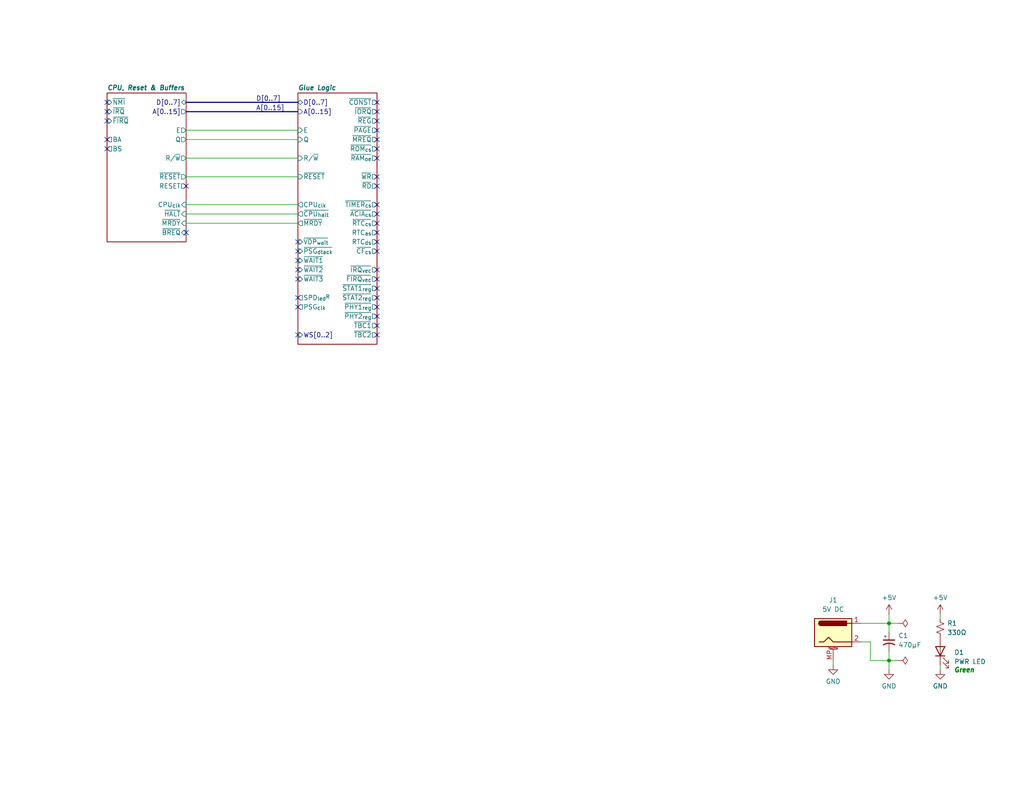
<source format=kicad_sch>
(kicad_sch (version 20250114) (generator "eeschema") (generator_version "9.0")
  (paper "USLetter")
  (title_block (title "6309 Full-Featured Computer") (date "2025-09-13") (rev "2.0") (company "MicroHobbyist") (comment 1 "Frédéric Segard"))
  (lib_symbols
    (symbol "Connector:Barrel_Jack_MountingPin" (pin_names (hide yes))
      (property "Reference" "J" (at 0 5.334 0))
      (property "Value" "Barrel_Jack_MountingPin" (at 1.27 -6.35 0))
      (symbol "Barrel_Jack_MountingPin_0_1"
        (rectangle (start -5.08 3.81) (end 5.08 -3.81) (stroke (width 0.254)) (fill (type background)))
        (polyline (pts (xy -3.81 -2.54) (xy -2.54 -2.54) (xy -1.27 -1.27) (xy 0 -2.54) (xy 2.54 -2.54) (xy 5.08 -2.54)) (stroke (width 0.254)))
        (arc (start -3.302 1.905) (mid -3.9343 2.54) (end -3.302 3.175) (stroke (width 0.254)))
        (arc (start -3.302 1.905) (mid -3.9343 2.54) (end -3.302 3.175) (stroke (width 0.254)) (fill (type outline)))
        (rectangle (start 3.683 3.175) (end -3.302 1.905) (stroke (width 0.254)) (fill (type outline)))
        (polyline (pts (xy 5.08 2.54) (xy 3.81 2.54)) (stroke (width 0.254)))
      )
      (symbol "Barrel_Jack_MountingPin_1_1"
        (polyline (pts (xy -1.016 -4.572) (xy 1.016 -4.572)) (stroke (width 0.1524)))
        (text "Mounting" (at 0 -4.191 0) (effects (font (size 0.381 0.381))))
        (pin passive line (at 0 -7.62 90) (length 3.048) (name "MountPin") (number "MP"))
        (pin passive line (at 7.62 2.54 180) (length 2.54) (name "~") (number "1"))
        (pin passive line (at 7.62 -2.54 180) (length 2.54) (name "~") (number "2"))
      )
    )
    (symbol "Device:C_Polarized_Small_US" (pin_numbers (hide yes)) (pin_names (offset 0.254) (hide yes))
      (property "Reference" "C" (at 0.254 1.778 0))
      (property "Value" "C_Polarized_Small_US" (at 0.254 -2.032 0))
      (symbol "C_Polarized_Small_US_0_1"
        (polyline (pts (xy -1.524 0.508) (xy 1.524 0.508)) (stroke (width 0.3048)))
        (polyline (pts (xy -1.27 1.524) (xy -0.762 1.524)))
        (polyline (pts (xy -1.016 1.27) (xy -1.016 1.778)))
        (arc (start -1.524 -0.762) (mid 0 -0.3734) (end 1.524 -0.762) (stroke (width 0.3048)))
      )
      (symbol "C_Polarized_Small_US_1_1"
        (pin passive line (at 0 2.54 270) (length 2.032) (name "~") (number "1"))
        (pin passive line (at 0 -2.54 90) (length 2.032) (name "~") (number "2"))
      )
    )
    (symbol "Device:LED" (pin_numbers (hide yes)) (pin_names (offset 1.016) (hide yes))
      (property "Reference" "D" (at 0 2.54 0))
      (property "Value" "LED" (at 0 -2.54 0))
      (symbol "LED_0_1"
        (polyline (pts (xy -3.048 -0.762) (xy -4.572 -2.286) (xy -3.81 -2.286) (xy -4.572 -2.286) (xy -4.572 -1.524)))
        (polyline (pts (xy -1.778 -0.762) (xy -3.302 -2.286) (xy -2.54 -2.286) (xy -3.302 -2.286) (xy -3.302 -1.524)))
        (polyline (pts (xy -1.27 0) (xy 1.27 0)))
        (polyline (pts (xy -1.27 -1.27) (xy -1.27 1.27)) (stroke (width 0.254)))
        (polyline (pts (xy 1.27 -1.27) (xy 1.27 1.27) (xy -1.27 0) (xy 1.27 -1.27)) (stroke (width 0.254)))
      )
      (symbol "LED_1_1"
        (pin passive line (at -3.81 0 0) (length 2.54) (name "K") (number "1"))
        (pin passive line (at 3.81 0 180) (length 2.54) (name "A") (number "2"))
      )
    )
    (symbol "Device:R_Small_US" (pin_numbers (hide yes)) (pin_names (offset 0.254) (hide yes))
      (property "Reference" "R" (at 0.762 0.508 0))
      (property "Value" "R_Small_US" (at 0.762 -1.016 0))
      (symbol "R_Small_US_1_1"
        (polyline (pts (xy 0 1.524) (xy 1.016 1.143) (xy 0 0.762) (xy -1.016 0.381) (xy 0 0)))
        (polyline (pts (xy 0 0) (xy 1.016 -0.381) (xy 0 -0.762) (xy -1.016 -1.143) (xy 0 -1.524)))
        (pin passive line (at 0 2.54 270) (length 1.016) (name "~") (number "1"))
        (pin passive line (at 0 -2.54 90) (length 1.016) (name "~") (number "2"))
      )
    )
    (symbol "power:+5V" (power) (pin_numbers (hide yes)) (pin_names (offset 0) (hide yes))
      (property "Value" "+5V" (at 0 3.556 0))
      (symbol "+5V_0_1"
        (polyline (pts (xy -0.762 1.27) (xy 0 2.54)))
        (polyline (pts (xy 0 2.54) (xy 0.762 1.27)))
        (polyline (pts (xy 0 0) (xy 0 2.54)))
      )
      (symbol "+5V_1_1"
        (pin power_in line (at 0 0 90) (length 0) (name "~") (number "1"))
      )
    )
    (symbol "power:GND" (power) (pin_numbers (hide yes)) (pin_names (offset 0) (hide yes))
      (property "Value" "GND" (at 0 -3.81 0))
      (symbol "GND_0_1"
        (polyline (pts (xy 0 0) (xy 0 -1.27) (xy 1.27 -1.27) (xy 0 -2.54) (xy -1.27 -1.27) (xy 0 -1.27)))
      )
      (symbol "GND_1_1"
        (pin power_in line (at 0 0 270) (length 0) (name "~") (number "1"))
      )
    )
    (symbol "power:PWR_FLAG" (power) (pin_numbers (hide yes)) (pin_names (offset 0) (hide yes))
      (property "Value" "PWR_FLAG" (at 0 3.81 0))
      (symbol "PWR_FLAG_0_0"
        (pin power_out line (at 0 0 90) (length 0) (name "~") (number "1"))
      )
      (symbol "PWR_FLAG_0_1"
        (polyline (pts (xy 0 0) (xy 0 1.27) (xy -1.016 1.905) (xy 0 2.54) (xy 1.016 1.905) (xy 0 1.27)))
      )
    )
  )
  (text "6309 Unleashed 2.0: Full-Featured Retro Computer Build" (at 147.32 -8.89 0) (effects (font (size 3.0226 3.0226) (bold yes) (italic yes))))
  (text "Schematic Hierarchical View" (at 147.32 -13.97 0) (effects (font (size 5.08 5.08))))
  (junction (at 242.57 170.18))
  (junction (at 242.57 180.34))
  (no_connect (at 102.87 27.94))
  (no_connect (at 102.87 55.88))
  (no_connect (at 29.21 40.64))
  (no_connect (at 102.87 60.96))
  (no_connect (at 102.87 43.18))
  (no_connect (at 102.87 76.2))
  (no_connect (at 81.28 83.82))
  (no_connect (at 102.87 38.1))
  (no_connect (at 81.28 66.04))
  (no_connect (at 50.8 63.5))
  (no_connect (at 29.21 38.1))
  (no_connect (at 102.87 40.64))
  (no_connect (at 102.87 35.56))
  (no_connect (at 50.8 50.8))
  (no_connect (at 102.87 68.58))
  (no_connect (at 102.87 33.02))
  (no_connect (at 102.87 30.48))
  (no_connect (at 102.87 81.28))
  (no_connect (at 29.21 33.02))
  (no_connect (at 81.28 68.58))
  (no_connect (at 102.87 73.66))
  (no_connect (at 102.87 88.9))
  (no_connect (at 81.28 81.28))
  (no_connect (at 81.28 71.12))
  (no_connect (at 81.28 76.2))
  (no_connect (at 102.87 48.26))
  (no_connect (at 29.21 27.94))
  (no_connect (at 102.87 83.82))
  (no_connect (at 102.87 58.42))
  (no_connect (at 81.28 91.44))
  (no_connect (at 29.21 30.48))
  (no_connect (at 81.28 73.66))
  (no_connect (at 102.87 50.8))
  (no_connect (at 102.87 91.44))
  (no_connect (at 102.87 63.5))
  (no_connect (at 102.87 86.36))
  (no_connect (at 102.87 78.74))
  (no_connect (at 102.87 66.04))
  (wire (pts (xy 50.8 38.1) (xy 81.28 38.1)))
  (wire (pts (xy 50.8 35.56) (xy 81.28 35.56)))
  (wire (pts (xy 256.54 167.64) (xy 256.54 168.91)))
  (wire (pts (xy 242.57 170.18) (xy 242.57 172.72)))
  (bus (pts (xy 50.8 30.48) (xy 81.28 30.48)))
  (wire (pts (xy 50.8 43.18) (xy 81.28 43.18)))
  (wire (pts (xy 237.49 175.26) (xy 237.49 180.34)))
  (wire (pts (xy 50.8 58.42) (xy 81.28 58.42)))
  (wire (pts (xy 234.95 170.18) (xy 242.57 170.18)))
  (wire (pts (xy 242.57 177.8) (xy 242.57 180.34)))
  (wire (pts (xy 50.8 60.96) (xy 81.28 60.96)))
  (wire (pts (xy 242.57 167.64) (xy 242.57 170.18)))
  (wire (pts (xy 237.49 180.34) (xy 242.57 180.34)))
  (wire (pts (xy 245.11 180.34) (xy 242.57 180.34)))
  (wire (pts (xy 245.11 170.18) (xy 242.57 170.18)))
  (wire (pts (xy 234.95 175.26) (xy 237.49 175.26)))
  (bus (pts (xy 50.8 27.94) (xy 81.28 27.94)))
  (wire (pts (xy 227.33 181.61) (xy 227.33 180.34)))
  (wire (pts (xy 242.57 180.34) (xy 242.57 182.88)))
  (wire (pts (xy 50.8 55.88) (xy 81.28 55.88)))
  (wire (pts (xy 256.54 181.61) (xy 256.54 182.88)))
  (wire (pts (xy 50.8 48.26) (xy 81.28 48.26)))
  (label "D[0..7]" (at 69.85 27.94 0))
  (label "A[0..15]" (at 69.85 30.48 0))
  (symbol (lib_id "power:GND") (at 242.57 182.88 0) (unit 1)
    (property "Reference" "#PWR03" (effects (hide yes)))
    (property "Value" "GND" (at 242.57 187.325 0))
    (property "Description" "Power symbol creates a global label with name \"GND\" , ground" (effects (hide yes)))
  )
  (symbol (lib_id "Device:LED") (at 256.54 177.8 90) (unit 1)
    (property "Reference" "D1" (at 260.35 178.1174 90) (effects (justify right)))
    (property "Value" "PWR LED" (at 260.35 180.6574 90) (effects (justify right)))
    (property "Description" "Light emitting diode" (effects (hide yes)))
    (property "Color" "Green" (at 260.35 182.88 90) (effects (font (thickness 0.254) (bold yes) (italic yes)) (justify right)))
  )
  (symbol (lib_id "power:+5V") (at 242.57 167.64 0) (unit 1)
    (property "Reference" "#PWR02" (effects (hide yes)))
    (property "Value" "+5V" (at 242.57 163.195 0))
    (property "Description" "Power symbol creates a global label with name \"+5V\"" (effects (hide yes)))
  )
  (symbol (lib_id "Device:R_Small_US") (at 256.54 171.45 0) (unit 1)
    (property "Reference" "R1" (at 258.445 170.18 0) (effects (justify left)))
    (property "Value" "330Ω" (at 258.445 172.72 0) (effects (justify left)))
    (property "Description" "Resistor, small US symbol" (effects (hide yes)))
  )
  (symbol (lib_id "power:GND") (at 227.33 181.61 0) (unit 1)
    (property "Reference" "#PWR01" (effects (hide yes)))
    (property "Value" "GND" (at 227.33 186.055 0))
    (property "Description" "Power symbol creates a global label with name \"GND\" , ground" (effects (hide yes)))
  )
  (symbol (lib_id "power:PWR_FLAG") (at 245.11 170.18 270) (unit 1)
    (property "Reference" "#FLG01" (effects (hide yes)))
    (property "Value" "PWR_FLAG" (effects (hide yes)))
    (property "Description" "Special symbol for telling ERC where power comes from" (effects (hide yes)))
  )
  (symbol (lib_id "power:GND") (at 256.54 182.88 0) (unit 1)
    (property "Reference" "#PWR05" (effects (hide yes)))
    (property "Value" "GND" (at 256.54 187.325 0))
    (property "Description" "Power symbol creates a global label with name \"GND\" , ground" (effects (hide yes)))
  )
  (symbol (lib_id "power:PWR_FLAG") (at 245.11 180.34 270) (unit 1)
    (property "Reference" "#FLG02" (effects (hide yes)))
    (property "Value" "PWR_FLAG" (effects (hide yes)))
    (property "Description" "Special symbol for telling ERC where power comes from" (effects (hide yes)))
  )
  (symbol (lib_id "Connector:Barrel_Jack_MountingPin") (at 227.33 172.72 0) (unit 1)
    (property "Reference" "J1" (at 227.33 163.83 0))
    (property "Value" "5V DC" (at 227.33 166.37 0))
    (property "Description" "DC Barrel Jack with a mounting pin" (effects (hide yes)))
  )
  (symbol (lib_id "power:+5V") (at 256.54 167.64 0) (unit 1)
    (property "Reference" "#PWR04" (effects (hide yes)))
    (property "Value" "+5V" (at 256.54 163.195 0))
    (property "Description" "Power symbol creates a global label with name \"+5V\"" (effects (hide yes)))
  )
  (symbol (lib_id "Device:C_Polarized_Small_US") (at 242.57 175.26 0) (unit 1)
    (property "Reference" "C1" (at 245.11 173.5581 0) (effects (justify left)))
    (property "Value" "470µF" (at 245.11 176.0981 0) (effects (justify left)))
    (property "Description" "Polarized capacitor, small US symbol" (effects (hide yes)))
  )
  (sheet (at 29.21 25.4) (size 21.59 40.64) (stroke (width 0.1524))
    (property "Sheetname" "CPU, Reset & Buffers" (at 29.21 24.6884 0) (effects (font (thickness 0.254) (bold yes) (italic yes)) (justify left bottom)))
    (property "Sheetfile" "CPU_RESET_BUFFERS.kicad_sch" (effects (hide yes)))
    (pin "CPU_{clk}" input (at 50.8 55.88 0))
    (pin "RESET" output (at 50.8 50.8 0))
    (pin "~{RESET}" output (at 50.8 48.26 0))
    (pin "~{IRQ}" input (at 29.21 30.48 180))
    (pin "A[0..15]" output (at 50.8 30.48 0))
    (pin "~{HALT}" input (at 50.8 58.42 0))
    (pin "BS" output (at 29.21 40.64 180))
    (pin "R{slash}~{W}" output (at 50.8 43.18 0))
    (pin "E" output (at 50.8 35.56 0))
    (pin "~{MRDY}" input (at 50.8 60.96 0))
    (pin "Q" output (at 50.8 38.1 0))
    (pin "~{FIRQ}" input (at 29.21 33.02 180))
    (pin "BA" output (at 29.21 38.1 180))
    (pin "~{NMI}" input (at 29.21 27.94 180))
    (pin "D[0..7]" bidirectional (at 50.8 27.94 0))
    (pin "~{BREQ}" input (at 50.8 63.5 0))
  )
  (sheet (at 81.28 25.4) (size 21.59 68.58) (stroke (width 0.1524))
    (property "Sheetname" "Glue Logic" (at 81.28 24.6884 0) (effects (font (thickness 0.254) (bold yes) (italic yes)) (justify left bottom)))
    (property "Sheetfile" "Glue.kicad_sch" (effects (hide yes)))
    (pin "~{RESET}" input (at 81.28 48.26 180))
    (pin "~{WR}" output (at 102.87 48.26 0))
    (pin "~{RD}" output (at 102.87 50.8 0))
    (pin "CPU_{clk}" output (at 81.28 55.88 180))
    (pin "R{slash}~{W}" input (at 81.28 43.18 180))
    (pin "~{RAM_{oe}}" output (at 102.87 43.18 0))
    (pin "~{ROM_{cs}}" output (at 102.87 40.64 0))
    (pin "A[0..15]" input (at 81.28 30.48 180))
    (pin "~{MREQ}" output (at 102.87 38.1 0))
    (pin "E" input (at 81.28 35.56 180))
    (pin "Q" input (at 81.28 38.1 180))
    (pin "~{IORQ}" output (at 102.87 30.48 0))
    (pin "D[0..7]" bidirectional (at 81.28 27.94 180))
    (pin "~{MRDY}" output (at 81.28 60.96 180))
    (pin "~{CPU_{halt}}" output (at 81.28 58.42 180))
    (pin "~{CONST}" output (at 102.87 27.94 0))
    (pin "~{REG}" output (at 102.87 33.02 0))
    (pin "~{ACIA_{cs}}" output (at 102.87 58.42 0))
    (pin "~{PSG_{dtack}}" input (at 81.28 68.58 180))
    (pin "~{FIRQ_{vec}}" output (at 102.87 76.2 0))
    (pin "PSG_{clk}" output (at 81.28 83.82 180))
    (pin "~{PAGE}" output (at 102.87 35.56 0))
    (pin "~{TBC2}" output (at 102.87 91.44 0))
    (pin "WS[0..2]" input (at 81.28 91.44 180))
    (pin "~{PHY2_{reg}}" output (at 102.87 86.36 0))
    (pin "~{PHY1_{reg}}" output (at 102.87 83.82 0))
    (pin "~{STAT1_{reg}}" output (at 102.87 78.74 0))
    (pin "~{TIMER_{cs}}" output (at 102.87 55.88 0))
    (pin "~{STAT2_{reg}}" output (at 102.87 81.28 0))
    (pin "~{RTC_{cs}}" output (at 102.87 60.96 0))
    (pin "RTC_{as}" output (at 102.87 63.5 0))
    (pin "~{CF_{cs}}" output (at 102.87 68.58 0))
    (pin "~{TBC1}" output (at 102.87 88.9 0))
    (pin "~{IRQ_{vec}}" output (at 102.87 73.66 0))
    (pin "SPD_{led}^{R}" output (at 81.28 81.28 180))
    (pin "~{WAIT1}" input (at 81.28 71.12 180))
    (pin "~{WAIT2}" input (at 81.28 73.66 180))
    (pin "~{VDP_{wait}}" input (at 81.28 66.04 180))
    (pin "~{WAIT3}" input (at 81.28 76.2 180))
    (pin "RTC_{ds}" output (at 102.87 66.04 0))
  )
)
</source>
